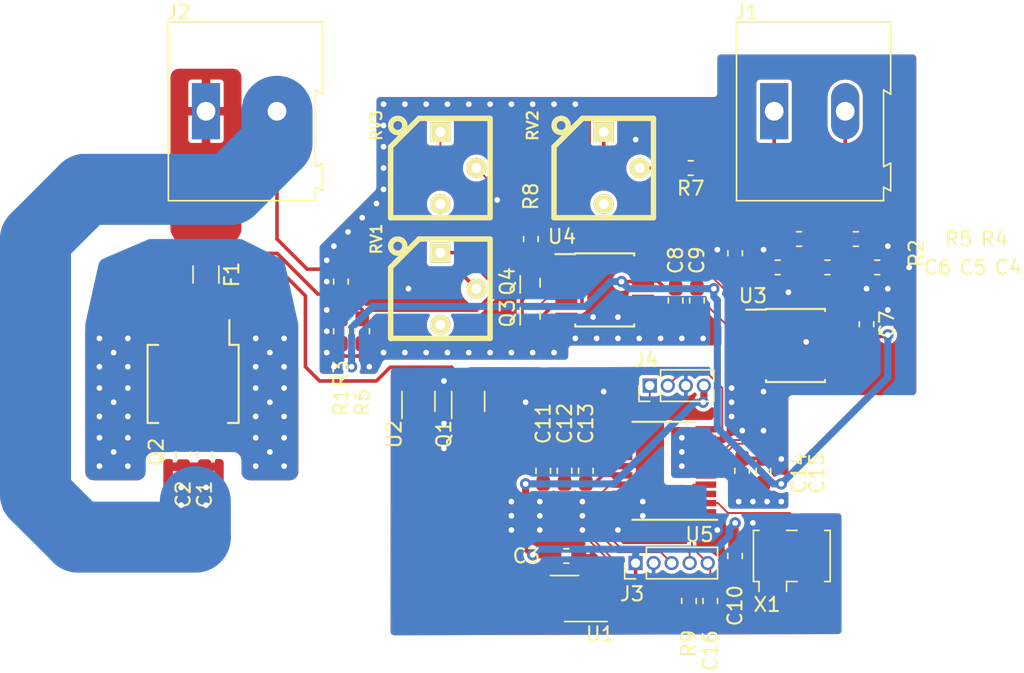
<source format=kicad_pcb>
(kicad_pcb (version 20171130) (host pcbnew 5.0.2)
  (layers (0 F.Cu signal) (31 B.Cu signal) (34 B.Paste user) (35 F.Paste user) (36 B.SilkS user) (37 F.SilkS user) (38 B.Mask user) (39 F.Mask user) (44 Edge.Cuts user))
  (net 0 "")
  (net 1 +24V)
  (net 2 "Net-(F1-Pad2)")
  (net 3 "Net-(Q1-Pad6)")
  (net 4 "Net-(R8-Pad1)")
  (net 5 "Net-(RV3-Pad3)")
  (net 6 "Net-(R8-Pad2)")
  (net 7 GNDPWR)
  (net 8 "Net-(RV1-Pad3)")
  (net 9 /IRON_PWR)
  (net 10 "Net-(C5-Pad2)")
  (net 11 "Net-(RV2-Pad3)")
  (net 12 "Net-(R7-Pad2)")
  (net 13 "Net-(J1-Pad2)")
  (net 14 "Net-(J1-Pad1)")
  (net 15 GNDA)
  (net 16 "Net-(C4-Pad2)")
  (net 17 +3.3VA)
  (net 18 /A_THERMO)
  (net 19 "Net-(Q1-Pad3)")
  (net 20 "Net-(Q3-Pad3)")
  (net 21 "Net-(Q4-Pad3)")
  (net 22 /EN_SEN)
  (net 23 GND)
  (net 24 "Net-(Q1-Pad2)")
  (net 25 VCC)
  (net 26 /EN_PWR)
  (net 27 +3V3)
  (net 28 +10V)
  (net 29 /I2C1_SDA)
  (net 30 /I2C1_SCL)
  (net 31 "Net-(U1-Pad3)")
  (net 32 "Net-(U5-Pad2)")
  (net 33 "Net-(U5-Pad3)")
  (net 34 /I_RESET)
  (net 35 /A_IRON)
  (net 36 /USART6_TX)
  (net 37 /USART6_RX)
  (net 38 "Net-(U5-Pad14)")
  (net 39 /I_SWDIO)
  (net 40 /I_SWCLK)
  (net 41 "Net-(U3-Pad1)")
  (net 42 "Net-(U3-Pad5)")
  (net 43 "Net-(U3-Pad8)")
  (net 44 "Net-(X1-Pad1)")
  (module Capacitor_SMD:C_0603_1608Metric_Pad1.05x0.95mm_HandSolder (layer F.Cu) (at 119.5 87 270)
    (fp_text reference C16 (at 3.5 0 270) (layer F.SilkS))
    (fp_text value .1u)
    (pad 1 smd roundrect (at -0.875 0 270) (size 1.05 0.95) (layers F.Cu F.Paste F.Mask) (net 34 /I_RESET))
    (pad 2 smd roundrect (at 0.875 0 270) (size 1.05 0.95) (layers F.Cu F.Paste F.Mask) (net 23 GND))
  )
  (module Resistor_SMD:R_0603_1608Metric_Pad1.05x0.95mm_HandSolder (layer F.Cu) (at 118 87 90)
    (fp_text reference R9 (at -3 0 90) (layer F.SilkS))
    (fp_text value 100k)
    (pad 1 smd roundrect (at -0.875 0 90) (size 1.05 0.95) (layers F.Cu F.Paste F.Mask) (net 27 +3V3))
    (pad 2 smd roundrect (at 0.875 0 90) (size 1.05 0.95) (layers F.Cu F.Paste F.Mask) (net 34 /I_RESET))
  )
  (module Capacitor_SMD:C_0603_1608Metric_Pad1.05x0.95mm_HandSolder (layer F.Cu) (at 83.896799 76.66796 270)
    (fp_text reference C1 (at 2.83204 0 270) (layer F.SilkS))
    (fp_text value 4.7u)
    (pad 2 smd roundrect (at 0.875 0 270) (size 1.05 0.95) (layers F.Cu F.Paste F.Mask) (net 7 GNDPWR))
    (pad 1 smd roundrect (at -0.875 0 270) (size 1.05 0.95) (layers F.Cu F.Paste F.Mask) (net 1 +24V))
  )
  (module Capacitor_SMD:C_0603_1608Metric_Pad1.05x0.95mm_HandSolder (layer F.Cu) (at 82.396799 76.66796 270)
    (fp_text reference C2 (at 2.83204 0 270) (layer F.SilkS))
    (fp_text value .1u)
    (pad 2 smd roundrect (at 0.875 0 270) (size 1.05 0.95) (layers F.Cu F.Paste F.Mask) (net 7 GNDPWR))
    (pad 1 smd roundrect (at -0.875 0 270) (size 1.05 0.95) (layers F.Cu F.Paste F.Mask) (net 1 +24V))
  )
  (module Capacitor_SMD:C_0603_1608Metric_Pad1.05x0.95mm_HandSolder (layer F.Cu) (at 109.365284 83.828966 180)
    (fp_text reference C3 (at 2.807963 0 180) (layer F.SilkS))
    (fp_text value 1u)
    (pad 2 smd roundrect (at 0.875 0 180) (size 1.05 0.95) (layers F.Cu F.Paste F.Mask) (net 27 +3V3))
    (pad 1 smd roundrect (at -0.875 0 180) (size 1.05 0.95) (layers F.Cu F.Paste F.Mask) (net 23 GND))
  )
  (module Capacitor_SMD:C_0603_1608Metric_Pad1.05x0.95mm_HandSolder (layer F.Cu) (at 131.25 63.5 180)
    (fp_text reference C4 (at -9.25 0 180) (layer F.SilkS))
    (fp_text value 1n)
    (pad 1 smd roundrect (at -0.875 0 180) (size 1.05 0.95) (layers F.Cu F.Paste F.Mask) (net 15 GNDA))
    (pad 2 smd roundrect (at 0.875 0 180) (size 1.05 0.95) (layers F.Cu F.Paste F.Mask) (net 16 "Net-(C4-Pad2)"))
  )
  (module Capacitor_SMD:C_0603_1608Metric_Pad1.05x0.95mm_HandSolder (layer F.Cu) (at 127.75 63.5 180)
    (fp_text reference C5 (at -10.25 0 180) (layer F.SilkS))
    (fp_text value 10n)
    (pad 1 smd roundrect (at -0.875 0 180) (size 1.05 0.95) (layers F.Cu F.Paste F.Mask) (net 16 "Net-(C4-Pad2)"))
    (pad 2 smd roundrect (at 0.875 0 180) (size 1.05 0.95) (layers F.Cu F.Paste F.Mask) (net 10 "Net-(C5-Pad2)"))
  )
  (module Capacitor_SMD:C_0603_1608Metric_Pad1.05x0.95mm_HandSolder (layer F.Cu) (at 124.25 63.5 180)
    (fp_text reference C6 (at -11.25 0 180) (layer F.SilkS))
    (fp_text value 1n)
    (pad 1 smd roundrect (at -0.875 0 180) (size 1.05 0.95) (layers F.Cu F.Paste F.Mask) (net 10 "Net-(C5-Pad2)"))
    (pad 2 smd roundrect (at 0.875 0 180) (size 1.05 0.95) (layers F.Cu F.Paste F.Mask) (net 15 GNDA))
  )
  (module Capacitor_SMD:C_0603_1608Metric_Pad1.05x0.95mm_HandSolder (layer F.Cu) (at 130.5 67.5 270)
    (fp_text reference C7 (at 0 -1.43 270) (layer F.SilkS))
    (fp_text value 10n)
    (pad 1 smd roundrect (at -0.875 0 270) (size 1.05 0.95) (layers F.Cu F.Paste F.Mask) (net 15 GNDA))
    (pad 2 smd roundrect (at 0.875 0 270) (size 1.05 0.95) (layers F.Cu F.Paste F.Mask) (net 17 +3.3VA))
  )
  (module Capacitor_SMD:C_0603_1608Metric_Pad1.05x0.95mm_HandSolder (layer F.Cu) (at 117.059556 65.828183 270)
    (fp_text reference C8 (at -2.828183 0 270) (layer F.SilkS))
    (fp_text value 10n)
    (pad 2 smd roundrect (at 0.875 0 270) (size 1.05 0.95) (layers F.Cu F.Paste F.Mask) (net 15 GNDA))
    (pad 1 smd roundrect (at -0.875 0 270) (size 1.05 0.95) (layers F.Cu F.Paste F.Mask) (net 17 +3.3VA))
  )
  (module Capacitor_SMD:C_0603_1608Metric_Pad1.05x0.95mm_HandSolder (layer F.Cu) (at 118.559556 65.828183 270)
    (fp_text reference C9 (at -2.828183 0 270) (layer F.SilkS))
    (fp_text value 1u)
    (pad 2 smd roundrect (at 0.875 0 270) (size 1.05 0.95) (layers F.Cu F.Paste F.Mask) (net 15 GNDA))
    (pad 1 smd roundrect (at -0.875 0 270) (size 1.05 0.95) (layers F.Cu F.Paste F.Mask) (net 17 +3.3VA))
  )
  (module Capacitor_SMD:C_0603_1608Metric_Pad1.05x0.95mm_HandSolder (layer F.Cu) (at 121.240284 83.828966 270)
    (fp_text reference C10 (at 3.5 0 270) (layer F.SilkS))
    (fp_text value 4.7u)
    (pad 2 smd roundrect (at 0.875 0 270) (size 1.05 0.95) (layers F.Cu F.Paste F.Mask) (net 23 GND))
    (pad 1 smd roundrect (at -0.875 0 270) (size 1.05 0.95) (layers F.Cu F.Paste F.Mask) (net 27 +3V3))
  )
  (module Capacitor_SMD:C_0603_1608Metric_Pad1.05x0.95mm_HandSolder (layer F.Cu) (at 107.740284 77.828966 90)
    (fp_text reference C11 (at 3.328966 0 90) (layer F.SilkS))
    (fp_text value 4.7u)
    (pad 2 smd roundrect (at 0.875 0 90) (size 1.05 0.95) (layers F.Cu F.Paste F.Mask) (net 23 GND))
    (pad 1 smd roundrect (at -0.875 0 90) (size 1.05 0.95) (layers F.Cu F.Paste F.Mask) (net 27 +3V3))
  )
  (module Capacitor_SMD:C_0603_1608Metric_Pad1.05x0.95mm_HandSolder (layer F.Cu) (at 109.240284 77.828966 90)
    (fp_text reference C12 (at 3.328966 0.009716 90) (layer F.SilkS))
    (fp_text value .1u)
    (pad 2 smd roundrect (at 0.875 0 90) (size 1.05 0.95) (layers F.Cu F.Paste F.Mask) (net 23 GND))
    (pad 1 smd roundrect (at -0.875 0 90) (size 1.05 0.95) (layers F.Cu F.Paste F.Mask) (net 27 +3V3))
  )
  (module Capacitor_SMD:C_0603_1608Metric_Pad1.05x0.95mm_HandSolder (layer F.Cu) (at 110.740284 77.828966 90)
    (fp_text reference C13 (at 3.328966 0 90) (layer F.SilkS))
    (fp_text value .1u)
    (pad 2 smd roundrect (at 0.875 0 90) (size 1.05 0.95) (layers F.Cu F.Paste F.Mask) (net 23 GND))
    (pad 1 smd roundrect (at -0.875 0 90) (size 1.05 0.95) (layers F.Cu F.Paste F.Mask) (net 27 +3V3))
  )
  (module Capacitor_SMD:C_0603_1608Metric_Pad1.05x0.95mm_HandSolder (layer F.Cu) (at 121.740284 77.828966 90)
    (fp_text reference C14 (at -0.171034 4.009716 90) (layer F.SilkS))
    (fp_text value 10n)
    (pad 2 smd roundrect (at 0.875 0 90) (size 1.05 0.95) (layers F.Cu F.Paste F.Mask) (net 15 GNDA))
    (pad 1 smd roundrect (at -0.875 0 90) (size 1.05 0.95) (layers F.Cu F.Paste F.Mask) (net 17 +3.3VA))
  )
  (module Capacitor_SMD:C_0603_1608Metric_Pad1.05x0.95mm_HandSolder (layer F.Cu) (at 123.240284 77.828966 90)
    (fp_text reference C15 (at -0.171034 3.759716 90) (layer F.SilkS))
    (fp_text value 1u)
    (pad 2 smd roundrect (at 0.875 0 90) (size 1.05 0.95) (layers F.Cu F.Paste F.Mask) (net 15 GNDA))
    (pad 1 smd roundrect (at -0.875 0 90) (size 1.05 0.95) (layers F.Cu F.Paste F.Mask) (net 17 +3.3VA))
  )
  (module Connector_PinHeader_1.27mm:PinHeader_1x04_P1.27mm_Vertical (layer F.Cu) (at 115.240284 71.828966 90)
    (fp_text reference J4 (at 1.828966 -0.240284 180) (layer F.SilkS))
    (fp_text value STM_UART)
    (pad 4 thru_hole oval (at 0 3.81 90) (size 1 1) (drill 0.65) (layers *.Cu *.Mask) (net 27 +3V3))
    (pad 3 thru_hole oval (at 0 2.54 90) (size 1 1) (drill 0.65) (layers *.Cu *.Mask) (net 23 GND))
    (pad 2 thru_hole oval (at 0 1.27 90) (size 1 1) (drill 0.65) (layers *.Cu *.Mask) (net 36 /USART6_TX))
    (pad 1 thru_hole rect (at 0 0 90) (size 1 1) (drill 0.65) (layers *.Cu *.Mask) (net 37 /USART6_RX))
  )
  (module Connector_PinHeader_1.27mm:PinHeader_1x05_P1.27mm_Vertical (layer F.Cu) (at 114.240284 84.328966 90)
    (fp_text reference J3 (at -2.171034 -0.240284 180) (layer F.SilkS))
    (fp_text value "SWD ISP")
    (pad 5 thru_hole oval (at 0 5.08 90) (size 1 1) (drill 0.65) (layers *.Cu *.Mask) (net 34 /I_RESET))
    (pad 4 thru_hole oval (at 0 3.81 90) (size 1 1) (drill 0.65) (layers *.Cu *.Mask) (net 40 /I_SWCLK))
    (pad 3 thru_hole oval (at 0 2.54 90) (size 1 1) (drill 0.65) (layers *.Cu *.Mask) (net 39 /I_SWDIO))
    (pad 2 thru_hole oval (at 0 1.27 90) (size 1 1) (drill 0.65) (layers *.Cu *.Mask) (net 23 GND))
    (pad 1 thru_hole rect (at 0 0 90) (size 1 1) (drill 0.65) (layers *.Cu *.Mask) (net 27 +3V3))
  )
  (module Fuse:Fuse_1206_3216Metric_Pad1.42x1.75mm_HandSolder (layer F.Cu) (at 84 64 270)
    (fp_text reference F1 (at 0 -1.82 270) (layer F.SilkS))
    (fp_text value 20A)
    (pad 2 smd roundrect (at 1.4875 0 270) (size 1.425 1.75) (layers F.Cu F.Paste F.Mask) (roundrect_rratio 0.175439) (net 2 "Net-(F1-Pad2)"))
    (pad 1 smd roundrect (at -1.4875 0 270) (size 1.425 1.75) (layers F.Cu F.Paste F.Mask) (roundrect_rratio 0.175439) (net 9 /IRON_PWR))
  )
  (module Oscillator:Oscillator_SMD_EuroQuartz_XO53-4Pin_5.0x3.2mm_HandSoldering (layer F.Cu) (at 125.240284 83.828966)
    (fp_text reference X1 (at -1.740284 3.421034) (layer F.SilkS))
    (fp_text value 20MHz)
    (pad 4 smd rect (at -1.34 -1.4) (size 1.54 1.8) (layers F.Cu F.Paste F.Mask) (net 27 +3V3))
    (pad 3 smd rect (at 1.34 -1.4) (size 1.54 1.8) (layers F.Cu F.Paste F.Mask) (net 32 "Net-(U5-Pad2)"))
    (pad 2 smd rect (at 1.34 1.4) (size 1.54 1.8) (layers F.Cu F.Paste F.Mask) (net 23 GND))
    (pad 1 smd rect (at -1.34 1.4) (size 1.54 1.8) (layers F.Cu F.Paste F.Mask) (net 44 "Net-(X1-Pad1)"))
  )
  (module Package_SO:SOIC-8_3.9x4.9mm_P1.27mm (layer F.Cu) (at 112.069621 65.087584)
    (fp_text reference U4 (at -3.010065 -3.759401 180) (layer F.SilkS))
    (fp_text value INA126)
    (pad 8 smd rect (at 2.7 -1.905) (size 1.55 0.6) (layers F.Cu F.Paste F.Mask) (net 6 "Net-(R8-Pad2)"))
    (pad 7 smd rect (at 2.7 -0.635) (size 1.55 0.6) (layers F.Cu F.Paste F.Mask) (net 17 +3.3VA))
    (pad 6 smd rect (at 2.7 0.635) (size 1.55 0.6) (layers F.Cu F.Paste F.Mask) (net 35 /A_IRON))
    (pad 5 smd rect (at 2.7 1.905) (size 1.55 0.6) (layers F.Cu F.Paste F.Mask) (net 15 GNDA))
    (pad 4 smd rect (at -2.7 1.905) (size 1.55 0.6) (layers F.Cu F.Paste F.Mask) (net 15 GNDA))
    (pad 3 smd rect (at -2.7 0.635) (size 1.55 0.6) (layers F.Cu F.Paste F.Mask) (net 20 "Net-(Q3-Pad3)"))
    (pad 2 smd rect (at -2.7 -0.635) (size 1.55 0.6) (layers F.Cu F.Paste F.Mask) (net 21 "Net-(Q4-Pad3)"))
    (pad 1 smd rect (at -2.7 -1.905) (size 1.55 0.6) (layers F.Cu F.Paste F.Mask) (net 4 "Net-(R8-Pad1)"))
  )
  (module Package_SO:SOIC-8_3.9x4.9mm_P1.27mm (layer F.Cu) (at 125.5 69)
    (fp_text reference U3 (at -3 -3.5) (layer F.SilkS))
    (fp_text value OPA333xxD)
    (pad 1 smd rect (at -2.7 -1.905) (size 1.55 0.6) (layers F.Cu F.Paste F.Mask) (net 41 "Net-(U3-Pad1)"))
    (pad 2 smd rect (at -2.7 -0.635) (size 1.55 0.6) (layers F.Cu F.Paste F.Mask) (net 10 "Net-(C5-Pad2)"))
    (pad 3 smd rect (at -2.7 0.635) (size 1.55 0.6) (layers F.Cu F.Paste F.Mask) (net 16 "Net-(C4-Pad2)"))
    (pad 4 smd rect (at -2.7 1.905) (size 1.55 0.6) (layers F.Cu F.Paste F.Mask) (net 15 GNDA))
    (pad 5 smd rect (at 2.7 1.905) (size 1.55 0.6) (layers F.Cu F.Paste F.Mask) (net 42 "Net-(U3-Pad5)"))
    (pad 6 smd rect (at 2.7 0.635) (size 1.55 0.6) (layers F.Cu F.Paste F.Mask) (net 18 /A_THERMO))
    (pad 7 smd rect (at 2.7 -0.635) (size 1.55 0.6) (layers F.Cu F.Paste F.Mask) (net 17 +3.3VA))
    (pad 8 smd rect (at 2.7 -1.905) (size 1.55 0.6) (layers F.Cu F.Paste F.Mask) (net 43 "Net-(U3-Pad8)"))
  )
  (module Package_SO:TSSOP-20_4.4x6.5mm_P0.65mm (layer F.Cu) (at 116.240284 77.828966 180)
    (fp_text reference U5 (at -2.5 -4.5 180) (layer F.SilkS))
    (fp_text value STM32F030F4Px hide)
    (pad 20 smd rect (at 2.95 -2.925 180) (size 1.45 0.45) (layers F.Cu F.Paste F.Mask) (net 40 /I_SWCLK))
    (pad 19 smd rect (at 2.95 -2.275 180) (size 1.45 0.45) (layers F.Cu F.Paste F.Mask) (net 39 /I_SWDIO))
    (pad 18 smd rect (at 2.95 -1.625 180) (size 1.45 0.45) (layers F.Cu F.Paste F.Mask) (net 29 /I2C1_SDA))
    (pad 17 smd rect (at 2.95 -0.975 180) (size 1.45 0.45) (layers F.Cu F.Paste F.Mask) (net 30 /I2C1_SCL))
    (pad 16 smd rect (at 2.95 -0.325 180) (size 1.45 0.45) (layers F.Cu F.Paste F.Mask) (net 27 +3V3))
    (pad 15 smd rect (at 2.95 0.325 180) (size 1.45 0.45) (layers F.Cu F.Paste F.Mask) (net 23 GND))
    (pad 14 smd rect (at 2.95 0.975 180) (size 1.45 0.45) (layers F.Cu F.Paste F.Mask) (net 38 "Net-(U5-Pad14)"))
    (pad 13 smd rect (at 2.95 1.625 180) (size 1.45 0.45) (layers F.Cu F.Paste F.Mask) (net 26 /EN_PWR))
    (pad 12 smd rect (at 2.95 2.275 180) (size 1.45 0.45) (layers F.Cu F.Paste F.Mask) (net 22 /EN_SEN))
    (pad 11 smd rect (at 2.95 2.925 180) (size 1.45 0.45) (layers F.Cu F.Paste F.Mask) (net 37 /USART6_RX))
    (pad 10 smd rect (at -2.95 2.925 180) (size 1.45 0.45) (layers F.Cu F.Paste F.Mask) (net 36 /USART6_TX))
    (pad 9 smd rect (at -2.95 2.275 180) (size 1.45 0.45) (layers F.Cu F.Paste F.Mask) (net 15 GNDA))
    (pad 8 smd rect (at -2.95 1.625 180) (size 1.45 0.45) (layers F.Cu F.Paste F.Mask) (net 35 /A_IRON))
    (pad 7 smd rect (at -2.95 0.975 180) (size 1.45 0.45) (layers F.Cu F.Paste F.Mask) (net 18 /A_THERMO))
    (pad 6 smd rect (at -2.95 0.325 180) (size 1.45 0.45) (layers F.Cu F.Paste F.Mask) (net 15 GNDA))
    (pad 5 smd rect (at -2.95 -0.325 180) (size 1.45 0.45) (layers F.Cu F.Paste F.Mask) (net 17 +3.3VA))
    (pad 4 smd rect (at -2.95 -0.975 180) (size 1.45 0.45) (layers F.Cu F.Paste F.Mask) (net 34 /I_RESET))
    (pad 3 smd rect (at -2.95 -1.625 180) (size 1.45 0.45) (layers F.Cu F.Paste F.Mask) (net 33 "Net-(U5-Pad3)"))
    (pad 2 smd rect (at -2.95 -2.275 180) (size 1.45 0.45) (layers F.Cu F.Paste F.Mask) (net 32 "Net-(U5-Pad2)"))
    (pad 1 smd rect (at -2.95 -2.925 180) (size 1.45 0.45) (layers F.Cu F.Paste F.Mask) (net 23 GND))
  )
  (module Package_SO:VSSOP-8_3.0x3.0mm_P0.65mm (layer F.Cu) (at 109.240284 86.828966 180)
    (fp_text reference U1 (at -2.5 -2.5 180) (layer F.SilkS))
    (fp_text value LM75B)
    (pad 8 smd rect (at 2.2 -0.975 90) (size 0.45 1.45) (layers F.Cu F.Paste F.Mask) (net 27 +3V3))
    (pad 7 smd rect (at 2.2 -0.325 90) (size 0.45 1.45) (layers F.Cu F.Paste F.Mask) (net 23 GND))
    (pad 6 smd rect (at 2.2 0.325 90) (size 0.45 1.45) (layers F.Cu F.Paste F.Mask) (net 23 GND))
    (pad 5 smd rect (at 2.2 0.975 90) (size 0.45 1.45) (layers F.Cu F.Paste F.Mask) (net 23 GND))
    (pad 4 smd rect (at -2.2 0.975 90) (size 0.45 1.45) (layers F.Cu F.Paste F.Mask) (net 23 GND))
    (pad 3 smd rect (at -2.2 0.325 90) (size 0.45 1.45) (layers F.Cu F.Paste F.Mask) (net 31 "Net-(U1-Pad3)"))
    (pad 2 smd rect (at -2.2 -0.325 90) (size 0.45 1.45) (layers F.Cu F.Paste F.Mask) (net 30 /I2C1_SCL))
    (pad 1 smd rect (at -2.2 -0.975 90) (size 0.45 1.45) (layers F.Cu F.Paste F.Mask) (net 29 /I2C1_SDA))
  )
  (module Package_TO_SOT_SMD:SOT-363_SC-70-6_Handsoldering (layer F.Cu) (at 102.458326 72.937566 90)
    (fp_text reference Q1 (at -2.312434 -1.708326 90) (layer F.SilkS))
    (fp_text value BC856BDW1)
    (pad 6 smd rect (at 1.33 -0.65 90) (size 1.5 0.4) (layers F.Cu F.Paste F.Mask) (net 3 "Net-(Q1-Pad6)"))
    (pad 5 smd rect (at 1.33 0 90) (size 1.5 0.4) (layers F.Cu F.Paste F.Mask) (net 22 /EN_SEN))
    (pad 4 smd rect (at 1.33 0.65 90) (size 1.5 0.4) (layers F.Cu F.Paste F.Mask) (net 27 +3V3))
    (pad 3 smd rect (at -1.33 0.65 90) (size 1.5 0.4) (layers F.Cu F.Paste F.Mask) (net 19 "Net-(Q1-Pad3)"))
    (pad 2 smd rect (at -1.33 0 90) (size 1.5 0.4) (layers F.Cu F.Paste F.Mask) (net 24 "Net-(Q1-Pad2)"))
    (pad 1 smd rect (at -1.33 -0.65 90) (size 1.5 0.4) (layers F.Cu F.Paste F.Mask) (net 28 +10V))
  )
  (module Package_TO_SOT_SMD:SOT-363_SC-70-6_Handsoldering (layer F.Cu) (at 98.958326 72.937566 90)
    (fp_text reference U2 (at -2.312434 -1.708326 90) (layer F.SilkS))
    (fp_text value 74LVC1G58)
    (pad 6 smd rect (at 1.33 -0.65 90) (size 1.5 0.4) (layers F.Cu F.Paste F.Mask) (net 26 /EN_PWR))
    (pad 5 smd rect (at 1.33 0 90) (size 1.5 0.4) (layers F.Cu F.Paste F.Mask) (net 25 VCC))
    (pad 4 smd rect (at 1.33 0.65 90) (size 1.5 0.4) (layers F.Cu F.Paste F.Mask) (net 24 "Net-(Q1-Pad2)"))
    (pad 3 smd rect (at -1.33 0.65 90) (size 1.5 0.4) (layers F.Cu F.Paste F.Mask) (net 23 GND))
    (pad 2 smd rect (at -1.33 0 90) (size 1.5 0.4) (layers F.Cu F.Paste F.Mask) (net 23 GND))
    (pad 1 smd rect (at -1.33 -0.65 90) (size 1.5 0.4) (layers F.Cu F.Paste F.Mask) (net 22 /EN_SEN))
  )
  (module Package_TO_SOT_SMD:SOT-723 (layer F.Cu) (at 106.819621 64.587584 90)
    (fp_text reference Q4 (at 0.1 -1.6 90) (layer F.SilkS))
    (fp_text value L2N7002M3T5G hide)
    (pad 3 smd rect (at 0.575 0 90) (size 0.45 0.5) (layers F.Cu F.Paste F.Mask) (net 21 "Net-(Q4-Pad3)"))
    (pad 2 smd rect (at -0.575 0.4 90) (size 0.45 0.4) (layers F.Cu F.Paste F.Mask) (net 19 "Net-(Q1-Pad3)"))
    (pad 1 smd rect (at -0.575 -0.4 90) (size 0.45 0.4) (layers F.Cu F.Paste F.Mask) (net 9 /IRON_PWR))
  )
  (module Package_TO_SOT_SMD:SOT-723 (layer F.Cu) (at 106.819621 66.837584 90)
    (fp_text reference Q3 (at 0.1 -1.6 90) (layer F.SilkS))
    (fp_text value L2N7002M3T5G hide)
    (pad 3 smd rect (at 0.575 0 90) (size 0.45 0.5) (layers F.Cu F.Paste F.Mask) (net 20 "Net-(Q3-Pad3)"))
    (pad 2 smd rect (at -0.575 0.4 90) (size 0.45 0.4) (layers F.Cu F.Paste F.Mask) (net 19 "Net-(Q1-Pad3)"))
    (pad 1 smd rect (at -0.575 -0.4 90) (size 0.45 0.4) (layers F.Cu F.Paste F.Mask) (net 9 /IRON_PWR))
  )
  (module Resistor_SMD:R_0603_1608Metric_Pad1.05x0.95mm_HandSolder (layer F.Cu) (at 93.5 68 90)
    (fp_text reference R1 (at -5 0 90) (layer F.SilkS))
    (fp_text value "2k 0.1%")
    (pad 2 smd roundrect (at 0.875 0 90) (size 1.05 0.95) (layers F.Cu F.Paste F.Mask) (net 9 /IRON_PWR))
    (pad 1 smd roundrect (at -0.875 0 90) (size 1.05 0.95) (layers F.Cu F.Paste F.Mask) (net 17 +3.3VA))
  )
  (module Resistor_SMD:R_0603_1608Metric_Pad1.05x0.95mm_HandSolder (layer F.Cu) (at 106.869824 61.5 90)
    (fp_text reference R8 (at 3 0 90) (layer F.SilkS))
    (fp_text value DNP)
    (pad 2 smd roundrect (at 0.875 0 90) (size 1.05 0.95) (layers F.Cu F.Paste F.Mask) (net 6 "Net-(R8-Pad2)"))
    (pad 1 smd roundrect (at -0.875 0 90) (size 1.05 0.95) (layers F.Cu F.Paste F.Mask) (net 4 "Net-(R8-Pad1)"))
  )
  (module Resistor_SMD:R_0603_1608Metric_Pad1.05x0.95mm_HandSolder (layer F.Cu) (at 118.125 56.5 180)
    (fp_text reference R7 (at 0 -1.43 180) (layer F.SilkS))
    (fp_text value 1M)
    (pad 2 smd roundrect (at 0.875 0 180) (size 1.05 0.95) (layers F.Cu F.Paste F.Mask) (net 12 "Net-(R7-Pad2)"))
    (pad 1 smd roundrect (at -0.875 0 180) (size 1.05 0.95) (layers F.Cu F.Paste F.Mask) (net 18 /A_THERMO))
  )
  (module Resistor_SMD:R_0603_1608Metric_Pad1.05x0.95mm_HandSolder (layer F.Cu) (at 95 68 90)
    (fp_text reference R6 (at -5 0 90) (layer F.SilkS))
    (fp_text value "2k 0.1%")
    (pad 2 smd roundrect (at 0.875 0 90) (size 1.05 0.95) (layers F.Cu F.Paste F.Mask) (net 9 /IRON_PWR))
    (pad 1 smd roundrect (at -0.875 0 90) (size 1.05 0.95) (layers F.Cu F.Paste F.Mask) (net 17 +3.3VA))
  )
  (module Resistor_SMD:R_0603_1608Metric_Pad1.05x0.95mm_HandSolder (layer F.Cu) (at 125.75 61.5)
    (fp_text reference R5 (at 11.25 0) (layer F.SilkS))
    (fp_text value 10k)
    (pad 1 smd roundrect (at -0.875 0) (size 1.05 0.95) (layers F.Cu F.Paste F.Mask) (net 14 "Net-(J1-Pad1)"))
    (pad 2 smd roundrect (at 0.875 0) (size 1.05 0.95) (layers F.Cu F.Paste F.Mask) (net 10 "Net-(C5-Pad2)"))
  )
  (module Resistor_SMD:R_0603_1608Metric_Pad1.05x0.95mm_HandSolder (layer F.Cu) (at 129.75 61.5)
    (fp_text reference R4 (at 9.75 0) (layer F.SilkS))
    (fp_text value 10k)
    (pad 1 smd roundrect (at -0.875 0) (size 1.05 0.95) (layers F.Cu F.Paste F.Mask) (net 16 "Net-(C4-Pad2)"))
    (pad 2 smd roundrect (at 0.875 0) (size 1.05 0.95) (layers F.Cu F.Paste F.Mask) (net 13 "Net-(J1-Pad2)"))
  )
  (module Resistor_SMD:R_0603_1608Metric_Pad1.05x0.95mm_HandSolder (layer F.Cu) (at 121.25 62.5 270)
    (fp_text reference R2 (at 0 -12.75 270) (layer F.SilkS))
    (fp_text value 1M)
    (pad 1 smd roundrect (at -0.875 0 270) (size 1.05 0.95) (layers F.Cu F.Paste F.Mask) (net 14 "Net-(J1-Pad1)"))
    (pad 2 smd roundrect (at 0.875 0 270) (size 1.05 0.95) (layers F.Cu F.Paste F.Mask) (net 15 GNDA))
  )
  (module Resistor_SMD:R_0603_1608Metric_Pad1.05x0.95mm_HandSolder (layer F.Cu) (at 93.5 64.5 90)
    (fp_text reference R3 (at -6.5 0 90) (layer F.SilkS))
    (fp_text value DNP)
    (pad 2 smd roundrect (at 0.875 0 90) (size 1.05 0.95) (layers F.Cu F.Paste F.Mask) (net 7 GNDPWR))
    (pad 1 smd roundrect (at -0.875 0 90) (size 1.05 0.95) (layers F.Cu F.Paste F.Mask) (net 9 /IRON_PWR))
  )
  (module TerminalBlock:TerminalBlock_Altech_AK300-2_P5.00mm (layer F.Cu) (at 124 52.5)
    (fp_text reference J1 (at -1.92 -6.99) (layer F.SilkS))
    (fp_text value "Temp Sensor")
    (pad 1 thru_hole rect (at 0 0) (size 1.98 3.96) (drill 1.32) (layers *.Cu *.Mask) (net 14 "Net-(J1-Pad1)"))
    (pad 2 thru_hole oval (at 5 0) (size 1.98 3.96) (drill 1.32) (layers *.Cu *.Mask) (net 13 "Net-(J1-Pad2)"))
  )
  (module TerminalBlock:TerminalBlock_Altech_AK300-2_P5.00mm (layer F.Cu) (at 84 52.5)
    (fp_text reference J2 (at -1.92 -6.99) (layer F.SilkS))
    (fp_text value "Heating Element")
    (pad 2 thru_hole oval (at 5 0) (size 1.98 3.96) (drill 1.32) (layers *.Cu *.Mask) (net 7 GNDPWR))
    (pad 1 thru_hole rect (at 0 0) (size 1.98 3.96) (drill 1.32) (layers *.Cu *.Mask) (net 9 /IRON_PWR))
  )
  (module solder-station:BOURNS-3362P_pot (layer F.Cu) (at 112 56.5 270)
    (fp_text reference RV2 (at -3 5 270) (layer F.SilkS) (effects (font (size 0.762 0.762) (thickness 0.1524))))
    (fp_text value 3362P-1-105 hide)
    (pad 2 thru_hole circle (at 0 -2.54 270) (size 1.4 1.4) (drill 0.7) (layers *.Cu *.Mask F.SilkS) (net 12 "Net-(R7-Pad2)"))
    (pad 3 thru_hole circle (at 2.54 0 270) (size 1.4 1.4) (drill 0.7) (layers *.Cu *.Mask F.SilkS) (net 11 "Net-(RV2-Pad3)"))
    (pad 1 thru_hole rect (at -2.54 0 270) (size 1.4 1.4) (drill 0.7) (layers *.Cu *.Mask F.SilkS) (net 10 "Net-(C5-Pad2)"))
  )
  (module solder-station:BOURNS-3362P_pot (layer F.Cu) (at 100.5 65 270)
    (fp_text reference RV1 (at -3.5 4.5 270) (layer F.SilkS) (effects (font (size 0.762 0.762) (thickness 0.1524))))
    (fp_text value 3362P-1-100 hide)
    (pad 2 thru_hole circle (at 0 -2.54 270) (size 1.4 1.4) (drill 0.7) (layers *.Cu *.Mask F.SilkS) (net 7 GNDPWR))
    (pad 3 thru_hole circle (at 2.54 0 270) (size 1.4 1.4) (drill 0.7) (layers *.Cu *.Mask F.SilkS) (net 8 "Net-(RV1-Pad3)"))
    (pad 1 thru_hole rect (at -2.54 0 270) (size 1.4 1.4) (drill 0.7) (layers *.Cu *.Mask F.SilkS) (net 9 /IRON_PWR))
  )
  (module solder-station:BOURNS-3362P_pot (layer F.Cu) (at 100.5 56.5 270)
    (fp_text reference RV3 (at -3 4.5 270) (layer F.SilkS) (effects (font (size 0.762 0.762) (thickness 0.1524))))
    (fp_text value 3362P-1-502 hide)
    (pad 2 thru_hole circle (at 0 -2.54 270) (size 1.4 1.4) (drill 0.7) (layers *.Cu *.Mask F.SilkS) (net 6 "Net-(R8-Pad2)"))
    (pad 3 thru_hole circle (at 2.54 0 270) (size 1.4 1.4) (drill 0.7) (layers *.Cu *.Mask F.SilkS) (net 5 "Net-(RV3-Pad3)"))
    (pad 1 thru_hole rect (at -2.54 0 270) (size 1.4 1.4) (drill 0.7) (layers *.Cu *.Mask F.SilkS) (net 4 "Net-(R8-Pad1)"))
  )
  (module solder-station:ON_S-SO-8_5.3x6.2mm_P1.27mm_TAB488AA (layer F.Cu) (at 83.0813 72.2159 270)
    (fp_text reference Q2 (at 4.2841 2.5813 270) (layer F.SilkS))
    (fp_text value NTMFS4937N)
    (pad 5 smd rect (at -1.8659 -2.5462 270) (size 0.905 0.495) (layers F.Cu F.Paste F.Mask) (net 1 +24V))
    (pad 5 smd rect (at -1.8659 2.5088 270) (size 0.905 0.495) (layers F.Cu F.Paste F.Mask) (net 1 +24V))
    (pad 5 smd rect (at 1.5491 -1.9237 270) (size 0.475 0.75) (layers F.Cu F.Paste F.Mask) (net 1 +24V))
    (pad 5 smd rect (at 1.5491 1.8863 270) (size 0.475 0.75) (layers F.Cu F.Paste F.Mask) (net 1 +24V))
    (pad 4 smd rect (at -4.208 1.8863 270) (size 1 0.75) (layers F.Cu F.Paste F.Mask) (net 3 "Net-(Q1-Pad6)"))
    (pad 3 smd rect (at -4.2084 0.6163 270) (size 1 0.75) (layers F.Cu F.Paste F.Mask) (net 2 "Net-(F1-Pad2)"))
    (pad 2 smd rect (at -4.2084 -0.6537 270) (size 1 0.75) (layers F.Cu F.Paste F.Mask) (net 2 "Net-(F1-Pad2)"))
    (pad 1 smd rect (at -4.2084 -1.9237 270) (size 1 0.75) (layers F.Cu F.Paste F.Mask) (net 2 "Net-(F1-Pad2)"))
    (pad 5 smd rect (at -0.7159 -0.0187 270) (size 4.055 4.56) (layers F.Cu F.Paste F.Mask) (net 1 +24V) (clearance 0.001))
  )
  (via (at 122.5 81.5) (size 0.8) (drill 0.4) (layers F.Cu B.Cu) (net 23))
  (via (at 126.25 68.75) (size 0.8) (drill 0.4) (layers F.Cu B.Cu) (net 15))
  (via (at 112 72.25) (size 0.8) (drill 0.4) (layers F.Cu B.Cu) (net 23))
  (via (at 100.75 71.5) (size 0.8) (drill 0.4) (layers F.Cu B.Cu) (net 23))
  (via (at 114.25 54.5) (size 0.8) (drill 0.4) (layers F.Cu B.Cu) (net 15))
  (via (at 125 65.25) (size 0.8) (drill 0.4) (layers F.Cu B.Cu) (net 15))
  (segment (start 78.5 71.5) (end 78.5 71.5) (width 2) (layer F.Cu) (net 1))
  (segment (start 83.1 71.5) (end 78.5 71.5) (width 2) (layer F.Cu) (net 1))
  (segment (start 87.5 71.5) (end 87.5 71.5) (width 2) (layer F.Cu) (net 1))
  (segment (start 83.1 71.5) (end 87.5 71.5) (width 2) (layer F.Cu) (net 1))
  (segment (start 81.1 73.5) (end 83.1 71.5) (width 2) (layer F.Cu) (net 1))
  (segment (start 77.5 73.5) (end 77.5 73.5) (width 2) (layer F.Cu) (net 1))
  (segment (start 85.1 73.5) (end 83.1 71.5) (width 2) (layer F.Cu) (net 1))
  (segment (start 88.5 73.5) (end 85.1 73.5) (width 2) (layer F.Cu) (net 1))
  (segment (start 87.5 71.5) (end 88.5 70.5) (width 2) (layer F.Cu) (net 1))
  (segment (start 78.5 71.5) (end 77.5 70.5) (width 2) (layer F.Cu) (net 1))
  (via (at 78.5 68.5) (size 0.8) (drill 0.4) (layers F.Cu B.Cu) (net 1))
  (via (at 76.5 68.5) (size 0.8) (drill 0.4) (layers F.Cu B.Cu) (net 1))
  (via (at 77.5 69.5) (size 0.8) (drill 0.4) (layers F.Cu B.Cu) (net 1))
  (via (at 78.5 70.5) (size 0.8) (drill 0.4) (layers F.Cu B.Cu) (net 1))
  (via (at 76.5 70.5) (size 0.8) (drill 0.4) (layers F.Cu B.Cu) (net 1))
  (segment (start 78.5 71.5) (end 78.5 71.5) (width 2) (layer F.Cu) (net 1))
  (segment (start 77.5 73.5) (end 81.1 73.5) (width 2) (layer F.Cu) (net 1))
  (via (at 78.5 72) (size 0.8) (drill 0.4) (layers F.Cu B.Cu) (net 1))
  (via (at 76.5 74) (size 0.8) (drill 0.4) (layers F.Cu B.Cu) (net 1))
  (via (at 78.5 74) (size 0.8) (drill 0.4) (layers F.Cu B.Cu) (net 1))
  (via (at 76.5 72) (size 0.8) (drill 0.4) (layers F.Cu B.Cu) (net 1))
  (via (at 77.5 73) (size 0.8) (drill 0.4) (layers F.Cu B.Cu) (net 1))
  (via (at 77.5 76.5) (size 0.8) (drill 0.4) (layers F.Cu B.Cu) (net 1))
  (via (at 76.5 75.5) (size 0.8) (drill 0.4) (layers F.Cu B.Cu) (net 1))
  (via (at 78.5 77.5) (size 0.8) (drill 0.4) (layers F.Cu B.Cu) (net 1))
  (via (at 76.5 77.5) (size 0.8) (drill 0.4) (layers F.Cu B.Cu) (net 1))
  (via (at 78.5 75.5) (size 0.8) (drill 0.4) (layers F.Cu B.Cu) (net 1))
  (via (at 87.5 77.5) (size 0.8) (drill 0.4) (layers F.Cu B.Cu) (net 1))
  (via (at 89.5 68.5) (size 0.8) (drill 0.4) (layers F.Cu B.Cu) (net 1))
  (via (at 88.5 73) (size 0.8) (drill 0.4) (layers F.Cu B.Cu) (net 1))
  (via (at 89.5 77.5) (size 0.8) (drill 0.4) (layers F.Cu B.Cu) (net 1))
  (via (at 89.5 75.5) (size 0.8) (drill 0.4) (layers F.Cu B.Cu) (net 1))
  (via (at 87.5 70.5) (size 0.8) (drill 0.4) (layers F.Cu B.Cu) (net 1))
  (via (at 89.5 70.5) (size 0.8) (drill 0.4) (layers F.Cu B.Cu) (net 1))
  (via (at 88.5 76.5) (size 0.8) (drill 0.4) (layers F.Cu B.Cu) (net 1))
  (via (at 87.5 68.5) (size 0.8) (drill 0.4) (layers F.Cu B.Cu) (net 1))
  (via (at 87.5 72) (size 0.8) (drill 0.4) (layers F.Cu B.Cu) (net 1))
  (via (at 89.5 74) (size 0.8) (drill 0.4) (layers F.Cu B.Cu) (net 1))
  (via (at 88.5 69.5) (size 0.8) (drill 0.4) (layers F.Cu B.Cu) (net 1))
  (via (at 87.5 74) (size 0.8) (drill 0.4) (layers F.Cu B.Cu) (net 1))
  (via (at 89.5 72) (size 0.8) (drill 0.4) (layers F.Cu B.Cu) (net 1))
  (via (at 87.5 75.5) (size 0.8) (drill 0.4) (layers F.Cu B.Cu) (net 1))
  (segment (start 81.195 64.805) (end 81.195 68.0079) (width 0.25) (layer F.Cu) (net 3))
  (segment (start 82 64) (end 81.195 64.805) (width 0.25) (layer F.Cu) (net 3))
  (segment (start 89.5 64) (end 82 64) (width 0.25) (layer F.Cu) (net 3))
  (segment (start 91 65.5) (end 89.5 64) (width 0.25) (layer F.Cu) (net 3))
  (segment (start 91 70.5) (end 91 65.5) (width 0.25) (layer F.Cu) (net 3))
  (segment (start 101.808326 71.057566) (end 101.283325 70.532565) (width 0.25) (layer F.Cu) (net 3))
  (segment (start 101.808326 71.607566) (end 101.808326 71.057566) (width 0.25) (layer F.Cu) (net 3))
  (segment (start 101.283325 70.532565) (end 96.967435 70.532565) (width 0.25) (layer F.Cu) (net 3))
  (segment (start 96.967435 70.532565) (end 96 71.5) (width 0.25) (layer F.Cu) (net 3))
  (segment (start 96 71.5) (end 92 71.5) (width 0.25) (layer F.Cu) (net 3))
  (segment (start 92 71.5) (end 91 70.5) (width 0.25) (layer F.Cu) (net 3))
  (segment (start 106.869824 62.375) (end 106.869824 63) (width 0.127) (layer F.Cu) (net 4))
  (segment (start 107.052408 63.182584) (end 109.369621 63.182584) (width 0.127) (layer F.Cu) (net 4))
  (segment (start 106.869824 63) (end 107.052408 63.182584) (width 0.127) (layer F.Cu) (net 4))
  (segment (start 106.869824 61.75) (end 106.869824 62.375) (width 0.127) (layer F.Cu) (net 4))
  (segment (start 106.619824 61.5) (end 106.869824 61.75) (width 0.127) (layer F.Cu) (net 4))
  (segment (start 106.25 61.5) (end 106.619824 61.5) (width 0.127) (layer F.Cu) (net 4))
  (segment (start 100.5 53.96) (end 100.5 55.75) (width 0.127) (layer F.Cu) (net 4))
  (segment (start 100.5 55.75) (end 106.25 61.5) (width 0.127) (layer F.Cu) (net 4))
  (segment (start 106.869824 61.390776) (end 106.979048 61.5) (width 0.127) (layer F.Cu) (net 6))
  (segment (start 106.869824 60.625) (end 106.869824 61.390776) (width 0.127) (layer F.Cu) (net 6))
  (segment (start 107.125124 61.5) (end 108.125124 62.5) (width 0.127) (layer F.Cu) (net 6))
  (segment (start 106.979048 61.5) (end 107.125124 61.5) (width 0.127) (layer F.Cu) (net 6))
  (segment (start 113.867621 63.182584) (end 114.769621 63.182584) (width 0.127) (layer F.Cu) (net 6))
  (segment (start 113.185037 62.5) (end 113.867621 63.182584) (width 0.127) (layer F.Cu) (net 6))
  (segment (start 108.125124 62.5) (end 113.185037 62.5) (width 0.127) (layer F.Cu) (net 6))
  (segment (start 106.869824 60.625) (end 106.869824 59.869824) (width 0.127) (layer F.Cu) (net 6))
  (segment (start 104.199999 57.199999) (end 106.869824 59.869824) (width 0.127) (layer F.Cu) (net 6))
  (segment (start 103.739999 57.199999) (end 104.199999 57.199999) (width 0.127) (layer F.Cu) (net 6))
  (segment (start 103.04 56.5) (end 103.739999 57.199999) (width 0.127) (layer F.Cu) (net 6))
  (segment (start 89 53.125) (end 89 52.9) (width 0.25) (layer F.Cu) (net 7))
  (segment (start 101.665 63.625) (end 103.04 65) (width 0.25) (layer F.Cu) (net 7))
  (segment (start 93.5 63.625) (end 101.665 63.625) (width 0.25) (layer F.Cu) (net 7))
  (segment (start 93.5 63.625) (end 91.125 63.625) (width 0.25) (layer F.Cu) (net 7))
  (segment (start 89 61.5) (end 89 52.5) (width 0.25) (layer F.Cu) (net 7))
  (segment (start 91.125 63.625) (end 89 61.5) (width 0.25) (layer F.Cu) (net 7))
  (segment (start 72 61.5) (end 72 79.5) (width 5) (layer B.Cu) (net 7))
  (segment (start 75.5 58) (end 72 61.5) (width 5) (layer B.Cu) (net 7))
  (segment (start 85.73 58) (end 75.5 58) (width 5) (layer B.Cu) (net 7))
  (segment (start 72 79.5) (end 75 82.5) (width 5) (layer B.Cu) (net 7))
  (segment (start 89 52.5) (end 89 54.73) (width 5) (layer B.Cu) (net 7))
  (segment (start 89 54.73) (end 85.73 58) (width 5) (layer B.Cu) (net 7))
  (via (at 82.25 79) (size 0.8) (drill 0.4) (layers F.Cu B.Cu) (net 7))
  (via (at 84 79) (size 0.8) (drill 0.4) (layers F.Cu B.Cu) (net 7))
  (via (at 82.25 80.25) (size 0.8) (drill 0.4) (layers F.Cu B.Cu) (net 7))
  (via (at 84 80.25) (size 0.8) (drill 0.4) (layers F.Cu B.Cu) (net 7))
  (segment (start 75 82.5) (end 83.25 82.5) (width 5) (layer B.Cu) (net 7))
  (segment (start 83.25 82.5) (end 83.25 80) (width 5) (layer B.Cu) (net 7))
  (segment (start 95 67.125) (end 95 66.5) (width 0.25) (layer F.Cu) (net 9))
  (segment (start 93.5 67.125) (end 93.5 66.5) (width 0.25) (layer F.Cu) (net 9))
  (segment (start 94.75 66.25) (end 95 66.5) (width 0.25) (layer F.Cu) (net 9))
  (segment (start 93.5 66.25) (end 94.75 66.25) (width 0.25) (layer F.Cu) (net 9))
  (segment (start 93.5 66.25) (end 93.5 66.5) (width 0.25) (layer F.Cu) (net 9))
  (segment (start 93.5 65.375) (end 93.5 66.25) (width 0.25) (layer F.Cu) (net 9))
  (segment (start 106.419621 66.937584) (end 106.419621 67.412584) (width 0.25) (layer F.Cu) (net 9))
  (segment (start 106.419621 65.637584) (end 106.24462 65.812585) (width 0.25) (layer F.Cu) (net 9))
  (segment (start 106.24462 66.762583) (end 106.419621 66.937584) (width 0.25) (layer F.Cu) (net 9))
  (segment (start 106.419621 65.162584) (end 106.419621 65.637584) (width 0.25) (layer F.Cu) (net 9))
  (segment (start 106.24462 65.812585) (end 106.24462 66) (width 0.25) (layer F.Cu) (net 9))
  (segment (start 95.499072 66.625928) (end 95 67.125) (width 0.25) (layer F.Cu) (net 9))
  (segment (start 95.610001 66.514999) (end 95.499072 66.625928) (width 0.25) (layer F.Cu) (net 9))
  (segment (start 103.042003 66.514999) (end 95.610001 66.514999) (width 0.25) (layer F.Cu) (net 9))
  (segment (start 104.065001 65.492001) (end 103.042003 66.514999) (width 0.25) (layer F.Cu) (net 9))
  (segment (start 104.065001 64.507999) (end 104.065001 65.492001) (width 0.25) (layer F.Cu) (net 9))
  (segment (start 100.5 62.46) (end 102.017002 62.46) (width 0.25) (layer F.Cu) (net 9))
  (segment (start 102.017002 62.46) (end 104.065001 64.507999) (width 0.25) (layer F.Cu) (net 9))
  (segment (start 106.24462 66) (end 106.24462 66.5) (width 0.25) (layer F.Cu) (net 9))
  (segment (start 106.24462 66.5) (end 106.24462 66.762583) (width 0.25) (layer F.Cu) (net 9))
  (segment (start 93.5 65.375) (end 91.875 65.375) (width 0.25) (layer F.Cu) (net 9))
  (segment (start 89.0125 62.5125) (end 84 62.5125) (width 0.25) (layer F.Cu) (net 9))
  (segment (start 91.875 65.375) (end 89.0125 62.5125) (width 0.25) (layer F.Cu) (net 9))
  (segment (start 126.625 61.5) (end 126.625 62.375) (width 0.25) (layer F.Cu) (net 10))
  (segment (start 126.875 62.625) (end 126.875 63.5) (width 0.25) (layer F.Cu) (net 10))
  (segment (start 126.625 62.375) (end 126.875 62.625) (width 0.25) (layer F.Cu) (net 10))
  (segment (start 112 53.96) (end 112 55.477002) (width 0.25) (layer F.Cu) (net 10))
  (segment (start 126.875 63.5) (end 125.125 63.5) (width 0.25) (layer F.Cu) (net 10))
  (segment (start 123.825 68.365) (end 122.8 68.365) (width 0.25) (layer F.Cu) (net 10))
  (segment (start 126.875 63.5) (end 126.875 65.315) (width 0.25) (layer F.Cu) (net 10))
  (segment (start 126.875 65.315) (end 123.825 68.365) (width 0.25) (layer F.Cu) (net 10))
  (segment (start 124.5 63.5) (end 125.125 63.5) (width 0.25) (layer F.Cu) (net 10))
  (segment (start 124.22501 64.27499) (end 124.22501 63.77499) (width 0.25) (layer F.Cu) (net 10))
  (segment (start 123.75 64.75) (end 124.22501 64.27499) (width 0.25) (layer F.Cu) (net 10))
  (segment (start 124.22501 63.77499) (end 124.5 63.5) (width 0.25) (layer F.Cu) (net 10))
  (segment (start 123.75 64.75) (end 120.75 64.75) (width 0.25) (layer F.Cu) (net 10))
  (segment (start 112 56) (end 112 53.96) (width 0.25) (layer F.Cu) (net 10))
  (segment (start 120.75 64.75) (end 112 56) (width 0.25) (layer F.Cu) (net 10))
  (segment (start 117.25 56.5) (end 114.54 56.5) (width 0.25) (layer F.Cu) (net 12))
  (segment (start 129 52.5) (end 129 55.5) (width 0.25) (layer F.Cu) (net 13))
  (segment (start 130.625 61.5) (end 130.625 59.125) (width 0.25) (layer F.Cu) (net 13))
  (segment (start 130.625 59.125) (end 129 57.5) (width 0.25) (layer F.Cu) (net 13))
  (segment (start 129 57.5) (end 129 55.5) (width 0.25) (layer F.Cu) (net 13))
  (segment (start 121.25 61.625) (end 122.125 61.625) (width 0.25) (layer F.Cu) (net 14))
  (segment (start 122.25 61.5) (end 124.875 61.5) (width 0.25) (layer F.Cu) (net 14))
  (segment (start 122.125 61.625) (end 122.25 61.5) (width 0.25) (layer F.Cu) (net 14))
  (segment (start 124 52.5) (end 124 58.5) (width 0.25) (layer F.Cu) (net 14))
  (segment (start 124.875 59.375) (end 124.875 61.5) (width 0.25) (layer F.Cu) (net 14))
  (segment (start 124 58.5) (end 124.875 59.375) (width 0.25) (layer F.Cu) (net 14))
  (segment (start 123.240284 76.953966) (end 121.740284 76.953966) (width 0.25) (layer F.Cu) (net 15))
  (segment (start 117.059556 66.703183) (end 118.559556 66.703183) (width 0.25) (layer F.Cu) (net 15))
  (segment (start 122.125 63.375) (end 121.25 63.375) (width 0.25) (layer F.Cu) (net 15))
  (segment (start 123.375 63.5) (end 122.25 63.5) (width 0.25) (layer F.Cu) (net 15))
  (segment (start 122.25 63.5) (end 122.125 63.375) (width 0.25) (layer F.Cu) (net 15))
  (via (at 104.5 58.75) (size 0.8) (drill 0.4) (layers F.Cu B.Cu) (net 15))
  (via (at 98.25 65) (size 0.8) (drill 0.4) (layers F.Cu B.Cu) (net 15))
  (via (at 121.75 75) (size 0.8) (drill 0.4) (layers F.Cu B.Cu) (net 15))
  (via (at 123.25 75) (size 0.8) (drill 0.4) (layers F.Cu B.Cu) (net 15))
  (via (at 130.5 65) (size 0.8) (drill 0.4) (layers F.Cu B.Cu) (net 15))
  (via (at 132 65) (size 0.8) (drill 0.4) (layers F.Cu B.Cu) (net 15))
  (via (at 132 66.5) (size 0.8) (drill 0.4) (layers F.Cu B.Cu) (net 15))
  (via (at 132 62) (size 0.8) (drill 0.4) (layers F.Cu B.Cu) (net 15))
  (via (at 133.5 63.5) (size 0.8) (drill 0.4) (layers F.Cu B.Cu) (net 15))
  (via (at 123.25 72.25) (size 0.8) (drill 0.4) (layers F.Cu B.Cu) (net 15))
  (via (at 111.25 67) (size 0.8) (drill 0.4) (layers F.Cu B.Cu) (net 15))
  (via (at 113 67) (size 0.8) (drill 0.4) (layers F.Cu B.Cu) (net 15))
  (via (at 123.25 62.25) (size 0.8) (drill 0.4) (layers F.Cu B.Cu) (net 15))
  (via (at 120 62.25) (size 0.8) (drill 0.4) (layers F.Cu B.Cu) (net 15))
  (via (at 92.5 68) (size 0.8) (drill 0.4) (layers F.Cu B.Cu) (net 15))
  (via (at 92.5 64.5) (size 0.8) (drill 0.4) (layers F.Cu B.Cu) (net 15))
  (via (at 124.5 77) (size 0.8) (drill 0.4) (layers F.Cu B.Cu) (net 15))
  (via (at 96.5 69.5) (size 0.8) (drill 0.4) (layers F.Cu B.Cu) (net 15))
  (via (at 98 69.5) (size 0.8) (drill 0.4) (layers F.Cu B.Cu) (net 15))
  (via (at 99.5 69.5) (size 0.8) (drill 0.4) (layers F.Cu B.Cu) (net 15))
  (via (at 101 69.5) (size 0.8) (drill 0.4) (layers F.Cu B.Cu) (net 15))
  (via (at 102.5 69.5) (size 0.8) (drill 0.4) (layers F.Cu B.Cu) (net 15))
  (via (at 104 69.5) (size 0.8) (drill 0.4) (layers F.Cu B.Cu) (net 15))
  (via (at 105.5 69.5) (size 0.8) (drill 0.4) (layers F.Cu B.Cu) (net 15))
  (via (at 107 69.5) (size 0.8) (drill 0.4) (layers F.Cu B.Cu) (net 15))
  (via (at 108.5 69.5) (size 0.8) (drill 0.4) (layers F.Cu B.Cu) (net 15))
  (via (at 110 68.5) (size 0.8) (drill 0.4) (layers F.Cu B.Cu) (net 15))
  (via (at 111.5 68.5) (size 0.8) (drill 0.4) (layers F.Cu B.Cu) (net 15))
  (via (at 113 68.5) (size 0.8) (drill 0.4) (layers F.Cu B.Cu) (net 15))
  (via (at 114.5 68.5) (size 0.8) (drill 0.4) (layers F.Cu B.Cu) (net 15))
  (via (at 116 68.5) (size 0.8) (drill 0.4) (layers F.Cu B.Cu) (net 15))
  (via (at 117.5 68.5) (size 0.8) (drill 0.4) (layers F.Cu B.Cu) (net 15))
  (via (at 119 68.5) (size 0.8) (drill 0.4) (layers F.Cu B.Cu) (net 15))
  (via (at 95.5 70.5) (size 0.8) (drill 0.4) (layers F.Cu B.Cu) (net 15))
  (via (at 93 70.5) (size 0.8) (drill 0.4) (layers F.Cu B.Cu) (net 15))
  (via (at 92.5 66.5) (size 0.8) (drill 0.4) (layers F.Cu B.Cu) (net 15))
  (via (at 92.5 69.5) (size 0.8) (drill 0.4) (layers F.Cu B.Cu) (net 15))
  (via (at 92.5 63) (size 0.8) (drill 0.4) (layers F.Cu B.Cu) (net 15))
  (via (at 117.5 77.5) (size 0.8) (drill 0.4) (layers F.Cu B.Cu) (net 15))
  (via (at 117.5 76.5) (size 0.8) (drill 0.4) (layers F.Cu B.Cu) (net 15))
  (via (at 117.5 75.5) (size 0.8) (drill 0.4) (layers F.Cu B.Cu) (net 15))
  (via (at 121 74) (size 0.8) (drill 0.4) (layers F.Cu B.Cu) (net 15))
  (via (at 121 73) (size 0.8) (drill 0.4) (layers F.Cu B.Cu) (net 15))
  (via (at 121 72) (size 0.8) (drill 0.4) (layers F.Cu B.Cu) (net 15))
  (via (at 96.5 52) (size 0.8) (drill 0.4) (layers F.Cu B.Cu) (net 15))
  (via (at 96.5 53.5) (size 0.8) (drill 0.4) (layers F.Cu B.Cu) (net 15))
  (via (at 96.5 55) (size 0.8) (drill 0.4) (layers F.Cu B.Cu) (net 15))
  (via (at 96.5 56.5) (size 0.8) (drill 0.4) (layers F.Cu B.Cu) (net 15))
  (via (at 96.5 58) (size 0.8) (drill 0.4) (layers F.Cu B.Cu) (net 15))
  (via (at 96 59) (size 0.8) (drill 0.4) (layers F.Cu B.Cu) (net 15))
  (via (at 95 60) (size 0.8) (drill 0.4) (layers F.Cu B.Cu) (net 15))
  (via (at 94 61) (size 0.8) (drill 0.4) (layers F.Cu B.Cu) (net 15))
  (via (at 93 62) (size 0.8) (drill 0.4) (layers F.Cu B.Cu) (net 15))
  (via (at 98 52) (size 0.8) (drill 0.4) (layers F.Cu B.Cu) (net 15))
  (via (at 99.5 52) (size 0.8) (drill 0.4) (layers F.Cu B.Cu) (net 15))
  (via (at 101 52) (size 0.8) (drill 0.4) (layers F.Cu B.Cu) (net 15))
  (via (at 102.5 52) (size 0.8) (drill 0.4) (layers F.Cu B.Cu) (net 15))
  (via (at 104 52) (size 0.8) (drill 0.4) (layers F.Cu B.Cu) (net 15))
  (via (at 105.5 52) (size 0.8) (drill 0.4) (layers F.Cu B.Cu) (net 15))
  (via (at 107 52) (size 0.8) (drill 0.4) (layers F.Cu B.Cu) (net 15))
  (via (at 108.5 52) (size 0.8) (drill 0.4) (layers F.Cu B.Cu) (net 15))
  (via (at 110 52) (size 0.8) (drill 0.4) (layers F.Cu B.Cu) (net 15))
  (via (at 121.5 80) (size 0.8) (drill 0.4) (layers F.Cu B.Cu) (net 15))
  (via (at 122.5 80) (size 0.8) (drill 0.4) (layers F.Cu B.Cu) (net 15))
  (via (at 123.5 80) (size 0.8) (drill 0.4) (layers F.Cu B.Cu) (net 15))
  (via (at 124.5 80) (size 0.8) (drill 0.4) (layers F.Cu B.Cu) (net 15))
  (via (at 124.5 78.75) (size 0.8) (drill 0.4) (layers F.Cu B.Cu) (net 17))
  (via (at 119.75 65) (size 0.8) (drill 0.4) (layers F.Cu B.Cu) (net 17))
  (via (at 113.25 64.5) (size 0.8) (drill 0.4) (layers F.Cu B.Cu) (net 17))
  (via (at 94.25 70.5) (size 0.8) (drill 0.4) (layers F.Cu B.Cu) (net 17))
  (via (at 132 68.25) (size 0.8) (drill 0.4) (layers F.Cu B.Cu) (net 17))
  (segment (start 130.375 63.5) (end 128.625 63.5) (width 0.25) (layer F.Cu) (net 16))
  (segment (start 128.875 61.5) (end 128.875 62.375) (width 0.25) (layer F.Cu) (net 16))
  (segment (start 128.625 62.625) (end 128.625 63.5) (width 0.25) (layer F.Cu) (net 16))
  (segment (start 128.875 62.375) (end 128.625 62.625) (width 0.25) (layer F.Cu) (net 16))
  (segment (start 128.625 63.5) (end 128.625 64.375) (width 0.25) (layer F.Cu) (net 16))
  (segment (start 123.275 69.635) (end 122.8 69.635) (width 0.25) (layer F.Cu) (net 16))
  (segment (start 122.8 69.635) (end 123.865 69.635) (width 0.25) (layer F.Cu) (net 16))
  (segment (start 128.625 64.875) (end 128.625 64.375) (width 0.25) (layer F.Cu) (net 16))
  (segment (start 123.865 69.635) (end 128.625 64.875) (width 0.25) (layer F.Cu) (net 16))
  (segment (start 123.240284 78.703966) (end 121.740284 78.703966) (width 0.25) (layer F.Cu) (net 17))
  (segment (start 121.740284 78.703966) (end 121.115284 78.703966) (width 0.25) (layer F.Cu) (net 17))
  (segment (start 120.565284 78.153966) (end 119.190284 78.153966) (width 0.25) (layer F.Cu) (net 17))
  (segment (start 121.115284 78.703966) (end 120.565284 78.153966) (width 0.25) (layer F.Cu) (net 17))
  (segment (start 94.75 69.75) (end 95 69.5) (width 0.25) (layer F.Cu) (net 17))
  (segment (start 95 69.5) (end 95 68.875) (width 0.25) (layer F.Cu) (net 17))
  (segment (start 93.5 68.875) (end 93.5 69.5) (width 0.25) (layer F.Cu) (net 17))
  (segment (start 93.5 69.5) (end 93.75 69.75) (width 0.25) (layer F.Cu) (net 17))
  (segment (start 118.559556 64.953183) (end 117.059556 64.953183) (width 0.25) (layer F.Cu) (net 17))
  (segment (start 117.059556 64.953183) (end 116.684556 64.953183) (width 0.25) (layer F.Cu) (net 17))
  (segment (start 116.29522 64.953183) (end 117.059556 64.953183) (width 0.25) (layer F.Cu) (net 17))
  (segment (start 114.769621 64.452584) (end 115.794621 64.452584) (width 0.25) (layer F.Cu) (net 17))
  (segment (start 115.794621 64.452584) (end 116.29522 64.953183) (width 0.25) (layer F.Cu) (net 17))
  (segment (start 128.21 68.375) (end 128.2 68.365) (width 0.25) (layer F.Cu) (net 17))
  (segment (start 130.5 68.375) (end 128.21 68.375) (width 0.25) (layer F.Cu) (net 17))
  (segment (start 124.453966 78.703966) (end 124.5 78.75) (width 0.25) (layer F.Cu) (net 17))
  (segment (start 123.240284 78.703966) (end 124.453966 78.703966) (width 0.25) (layer F.Cu) (net 17))
  (segment (start 131.875 68.375) (end 132 68.25) (width 0.25) (layer F.Cu) (net 17))
  (segment (start 130.5 68.375) (end 131.875 68.375) (width 0.25) (layer F.Cu) (net 17))
  (segment (start 118.606373 65) (end 118.559556 64.953183) (width 0.25) (layer F.Cu) (net 17))
  (segment (start 119.75 65) (end 118.606373 65) (width 0.25) (layer F.Cu) (net 17))
  (segment (start 114.722205 64.5) (end 114.769621 64.452584) (width 0.25) (layer F.Cu) (net 17))
  (segment (start 113.25 64.5) (end 114.722205 64.5) (width 0.25) (layer F.Cu) (net 17))
  (segment (start 94.25 70.5) (end 94.25 69.75) (width 0.25) (layer F.Cu) (net 17))
  (segment (start 93.75 69.75) (end 94.25 69.75) (width 0.25) (layer F.Cu) (net 17))
  (segment (start 94.25 69.75) (end 94.75 69.75) (width 0.25) (layer F.Cu) (net 17))
  (segment (start 132 71.25) (end 124.5 78.75) (width 0.5) (layer B.Cu) (net 17))
  (segment (start 132 68.25) (end 132 71.25) (width 0.5) (layer B.Cu) (net 17))
  (segment (start 119.75 65.565685) (end 119.75 65) (width 0.5) (layer B.Cu) (net 17))
  (segment (start 120.000285 65.81597) (end 119.75 65.565685) (width 0.5) (layer B.Cu) (net 17))
  (segment (start 120.000285 74.81597) (end 120.000285 65.81597) (width 0.5) (layer B.Cu) (net 17))
  (segment (start 123.934315 78.75) (end 120.000285 74.81597) (width 0.5) (layer B.Cu) (net 17))
  (segment (start 124.5 78.75) (end 123.934315 78.75) (width 0.5) (layer B.Cu) (net 17))
  (segment (start 113.75 65) (end 113.25 64.5) (width 0.5) (layer B.Cu) (net 17))
  (segment (start 119.75 65) (end 113.75 65) (width 0.5) (layer B.Cu) (net 17))
  (segment (start 94.25 70.5) (end 94.25 67.75) (width 0.5) (layer B.Cu) (net 17))
  (segment (start 112.684315 64.5) (end 113.25 64.5) (width 0.5) (layer B.Cu) (net 17))
  (segment (start 110.741998 66.25) (end 112.491998 64.5) (width 0.5) (layer B.Cu) (net 17))
  (segment (start 95.75 66.25) (end 110.741998 66.25) (width 0.5) (layer B.Cu) (net 17))
  (segment (start 112.491998 64.5) (end 112.684315 64.5) (width 0.5) (layer B.Cu) (net 17))
  (segment (start 94.25 67.75) (end 95.75 66.25) (width 0.5) (layer B.Cu) (net 17))
  (segment (start 127.298 69.635) (end 128.2 69.635) (width 0.127) (layer F.Cu) (net 18))
  (segment (start 120.950564 69.334866) (end 121.814199 70.198501) (width 0.127) (layer F.Cu) (net 18))
  (segment (start 120.950564 65.5) (end 120.950564 69.334866) (width 0.127) (layer F.Cu) (net 18))
  (segment (start 126.734499 70.198501) (end 127.298 69.635) (width 0.127) (layer F.Cu) (net 18))
  (segment (start 111.036499 53.049199) (end 111.036499 55.585935) (width 0.127) (layer F.Cu) (net 18))
  (segment (start 118.25 56.5) (end 118.03851 56.28851) (width 0.127) (layer F.Cu) (net 18))
  (segment (start 114.483538 52.5) (end 111.585698 52.5) (width 0.127) (layer F.Cu) (net 18))
  (segment (start 111.036499 55.585935) (end 120.950564 65.5) (width 0.127) (layer F.Cu) (net 18))
  (segment (start 119 56.5) (end 118.25 56.5) (width 0.127) (layer F.Cu) (net 18))
  (segment (start 111.585698 52.5) (end 111.036499 53.049199) (width 0.127) (layer F.Cu) (net 18))
  (segment (start 118.03851 56.28851) (end 118.03851 56.054972) (width 0.127) (layer F.Cu) (net 18))
  (segment (start 118.03851 56.054972) (end 114.483538 52.5) (width 0.127) (layer F.Cu) (net 18))
  (segment (start 121.814199 70.198501) (end 124.5 70.198501) (width 0.127) (layer F.Cu) (net 18))
  (segment (start 124.5 70.198501) (end 124.75 70.198501) (width 0.127) (layer F.Cu) (net 18))
  (segment (start 125 70.198501) (end 124.801499 70.198501) (width 0.127) (layer F.Cu) (net 18))
  (segment (start 125 70.198501) (end 126.734499 70.198501) (width 0.127) (layer F.Cu) (net 18))
  (segment (start 124.75 70.198501) (end 125 70.198501) (width 0.127) (layer F.Cu) (net 18))
  (segment (start 120.33226 76.853966) (end 121.268715 75.917511) (width 0.127) (layer F.Cu) (net 18))
  (segment (start 124.551499 70.198501) (end 124.75 70.198501) (width 0.127) (layer F.Cu) (net 18))
  (segment (start 123.673696 75.91751) (end 124.16751 75.423696) (width 0.127) (layer F.Cu) (net 18))
  (segment (start 124.16751 75.423696) (end 124.167511 70.582489) (width 0.127) (layer F.Cu) (net 18))
  (segment (start 119.190284 76.853966) (end 120.33226 76.853966) (width 0.127) (layer F.Cu) (net 18))
  (segment (start 121.268715 75.917511) (end 123.673696 75.91751) (width 0.127) (layer F.Cu) (net 18))
  (segment (start 124.167511 70.582489) (end 124.551499 70.198501) (width 0.127) (layer F.Cu) (net 18))
  (segment (start 107.219621 67.387584) (end 107.219621 67.412584) (width 0.25) (layer F.Cu) (net 19))
  (segment (start 108.25962 66.347585) (end 107.219621 67.387584) (width 0.25) (layer F.Cu) (net 19))
  (segment (start 110.404622 66.347585) (end 108.25962 66.347585) (width 0.25) (layer F.Cu) (net 19))
  (segment (start 110.469622 65.162583) (end 110.469622 66.282585) (width 0.25) (layer F.Cu) (net 19))
  (segment (start 110.404622 65.097583) (end 110.469622 65.162583) (width 0.25) (layer F.Cu) (net 19))
  (segment (start 110.469622 66.282585) (end 110.404622 66.347585) (width 0.25) (layer F.Cu) (net 19))
  (segment (start 107.669621 65.162584) (end 107.734622 65.097583) (width 0.25) (layer F.Cu) (net 19))
  (segment (start 107.734622 65.097583) (end 110.404622 65.097583) (width 0.25) (layer F.Cu) (net 19))
  (segment (start 107.219621 65.162584) (end 107.669621 65.162584) (width 0.25) (layer F.Cu) (net 19))
  (segment (start 106.819621 66.262584) (end 107.394621 66.262584) (width 0.127) (layer F.Cu) (net 20))
  (segment (start 107.934621 65.722584) (end 109.369621 65.722584) (width 0.127) (layer F.Cu) (net 20))
  (segment (start 107.394621 66.262584) (end 107.934621 65.722584) (width 0.127) (layer F.Cu) (net 20))
  (segment (start 106.819621 64.012584) (end 107.494621 64.012584) (width 0.127) (layer F.Cu) (net 21))
  (segment (start 107.934621 64.452584) (end 109.369621 64.452584) (width 0.127) (layer F.Cu) (net 21))
  (segment (start 107.494621 64.012584) (end 107.934621 64.452584) (width 0.127) (layer F.Cu) (net 21))
  (segment (start 102.458326 71.607566) (end 102.458326 72.484566) (width 0.127) (layer F.Cu) (net 22))
  (segment (start 102.321825 72.621067) (end 99.887727 72.621067) (width 0.127) (layer F.Cu) (net 22))
  (segment (start 99.633717 72.875077) (end 98.700039 72.875077) (width 0.127) (layer F.Cu) (net 22))
  (segment (start 98.308326 73.26679) (end 98.308326 74.267566) (width 0.127) (layer F.Cu) (net 22))
  (segment (start 102.458326 72.484566) (end 102.321825 72.621067) (width 0.127) (layer F.Cu) (net 22))
  (segment (start 99.887727 72.621067) (end 99.633717 72.875077) (width 0.127) (layer F.Cu) (net 22))
  (segment (start 98.700039 72.875077) (end 98.308326 73.26679) (width 0.127) (layer F.Cu) (net 22))
  (segment (start 112.438284 75.553966) (end 113.290284 75.553966) (width 0.127) (layer F.Cu) (net 22))
  (segment (start 107.478383 70.594065) (end 112.438284 75.553966) (width 0.127) (layer F.Cu) (net 22))
  (segment (start 102.594827 70.594065) (end 107.478383 70.594065) (width 0.127) (layer F.Cu) (net 22))
  (segment (start 102.458326 70.730566) (end 102.594827 70.594065) (width 0.127) (layer F.Cu) (net 22))
  (segment (start 102.458326 71.607566) (end 102.458326 70.730566) (width 0.127) (layer F.Cu) (net 22))
  (segment (start 107.740284 76.953966) (end 109.240284 76.953966) (width 0.25) (layer F.Cu) (net 23))
  (segment (start 110.740284 76.953966) (end 111.365284 76.953966) (width 0.25) (layer F.Cu) (net 23))
  (segment (start 111.915284 77.503966) (end 113.290284 77.503966) (width 0.25) (layer F.Cu) (net 23))
  (segment (start 111.365284 76.953966) (end 111.915284 77.503966) (width 0.25) (layer F.Cu) (net 23))
  (segment (start 110.740284 76.953966) (end 109.240284 76.953966) (width 0.25) (layer F.Cu) (net 23))
  (segment (start 118.690284 80.753966) (end 119.190284 80.753966) (width 0.25) (layer F.Cu) (net 23))
  (segment (start 98.958326 74.267566) (end 99.608326 74.267566) (width 0.25) (layer F.Cu) (net 23))
  (via (at 110.5 80) (size 0.8) (drill 0.4) (layers F.Cu B.Cu) (net 23))
  (via (at 110.5 81) (size 0.8) (drill 0.4) (layers F.Cu B.Cu) (net 23))
  (via (at 110.5 82) (size 0.8) (drill 0.4) (layers F.Cu B.Cu) (net 23))
  (via (at 113 82) (size 0.8) (drill 0.4) (layers F.Cu B.Cu) (net 23))
  (via (at 120 82) (size 0.8) (drill 0.4) (layers F.Cu B.Cu) (net 23))
  (via (at 106.5 73) (size 0.8) (drill 0.4) (layers F.Cu B.Cu) (net 23))
  (via (at 100.75 74.5) (size 0.8) (drill 0.4) (layers F.Cu B.Cu) (net 23))
  (via (at 100.75 76.25) (size 0.8) (drill 0.4) (layers F.Cu B.Cu) (net 23))
  (via (at 107.5 80) (size 0.8) (drill 0.4) (layers F.Cu B.Cu) (net 23))
  (via (at 105.5 80) (size 0.8) (drill 0.4) (layers F.Cu B.Cu) (net 23))
  (via (at 107.5 81) (size 0.8) (drill 0.4) (layers F.Cu B.Cu) (net 23))
  (via (at 105.5 81) (size 0.8) (drill 0.4) (layers F.Cu B.Cu) (net 23))
  (via (at 105.5 82) (size 0.8) (drill 0.4) (layers F.Cu B.Cu) (net 23))
  (via (at 107.5 82) (size 0.8) (drill 0.4) (layers F.Cu B.Cu) (net 23))
  (via (at 114.75 80) (size 0.8) (drill 0.4) (layers F.Cu B.Cu) (net 23))
  (via (at 114.75 81) (size 0.8) (drill 0.4) (layers F.Cu B.Cu) (net 23))
  (via (at 121.25 81.5) (size 0.8) (drill 0.4) (layers F.Cu B.Cu) (net 27))
  (via (at 106.5 78.75) (size 0.8) (drill 0.4) (layers F.Cu B.Cu) (net 27))
  (via (at 119 73) (size 0.8) (drill 0.4) (layers F.Cu B.Cu) (net 27))
  (segment (start 99.471825 72.621067) (end 99.608326 72.484566) (width 0.127) (layer F.Cu) (net 24))
  (segment (start 98.594825 72.621067) (end 99.471825 72.621067) (width 0.127) (layer F.Cu) (net 24))
  (segment (start 97.917825 73.298067) (end 98.594825 72.621067) (width 0.127) (layer F.Cu) (net 24))
  (segment (start 97.917825 75.169967) (end 97.917825 73.298067) (width 0.127) (layer F.Cu) (net 24))
  (segment (start 99.608326 72.484566) (end 99.608326 71.607566) (width 0.127) (layer F.Cu) (net 24))
  (segment (start 98.028925 75.281067) (end 97.917825 75.169967) (width 0.127) (layer F.Cu) (net 24))
  (segment (start 102.458326 75.144566) (end 102.321825 75.281067) (width 0.127) (layer F.Cu) (net 24))
  (segment (start 102.458326 74.267566) (end 102.458326 75.144566) (width 0.127) (layer F.Cu) (net 24))
  (segment (start 102.321825 75.281067) (end 98.028925 75.281067) (width 0.127) (layer F.Cu) (net 24))
  (segment (start 98.308326 72.484566) (end 98.308326 71.607566) (width 0.127) (layer F.Cu) (net 26))
  (segment (start 97.663815 73.129077) (end 98.308326 72.484566) (width 0.127) (layer F.Cu) (net 26))
  (segment (start 97.663815 75.275181) (end 97.663815 73.129077) (width 0.127) (layer F.Cu) (net 26))
  (segment (start 97.92371 75.535076) (end 97.663815 75.275181) (width 0.127) (layer F.Cu) (net 26))
  (segment (start 112.438284 76.203966) (end 111.769395 75.535077) (width 0.127) (layer F.Cu) (net 26))
  (segment (start 111.769395 75.535077) (end 97.92371 75.535076) (width 0.127) (layer F.Cu) (net 26))
  (segment (start 113.290284 76.203966) (end 112.438284 76.203966) (width 0.127) (layer F.Cu) (net 26))
  (segment (start 107.740284 78.703966) (end 109.240284 78.703966) (width 0.25) (layer F.Cu) (net 27))
  (segment (start 110.740284 78.703966) (end 109.240284 78.703966) (width 0.25) (layer F.Cu) (net 27))
  (segment (start 110.740284 78.703966) (end 111.365284 78.703966) (width 0.25) (layer F.Cu) (net 27))
  (segment (start 111.915284 78.153966) (end 113.290284 78.153966) (width 0.25) (layer F.Cu) (net 27))
  (segment (start 111.365284 78.703966) (end 111.915284 78.153966) (width 0.25) (layer F.Cu) (net 27))
  (segment (start 123.375284 82.953966) (end 123.900284 82.428966) (width 0.25) (layer F.Cu) (net 27))
  (segment (start 121.240284 82.953966) (end 123.375284 82.953966) (width 0.25) (layer F.Cu) (net 27))
  (segment (start 108.490284 84.403966) (end 108.490284 83.828966) (width 0.25) (layer F.Cu) (net 27))
  (segment (start 108.490284 87.328966) (end 108.490284 84.403966) (width 0.25) (layer F.Cu) (net 27))
  (segment (start 108.015284 87.803966) (end 108.490284 87.328966) (width 0.25) (layer F.Cu) (net 27))
  (segment (start 107.040284 87.803966) (end 108.015284 87.803966) (width 0.25) (layer F.Cu) (net 27))
  (segment (start 112.684315 78.75) (end 107.065685 78.75) (width 0.5) (layer B.Cu) (net 27))
  (segment (start 118.434315 73) (end 112.684315 78.75) (width 0.5) (layer B.Cu) (net 27))
  (segment (start 107.065685 78.75) (end 106.5 78.75) (width 0.5) (layer B.Cu) (net 27))
  (segment (start 119 73) (end 118.434315 73) (width 0.5) (layer B.Cu) (net 27))
  (segment (start 119.050284 72.949716) (end 119 73) (width 0.5) (layer F.Cu) (net 27))
  (segment (start 119.050284 71.828966) (end 119.050284 72.949716) (width 0.5) (layer F.Cu) (net 27))
  (segment (start 107.865284 83.828966) (end 107.786318 83.75) (width 0.5) (layer F.Cu) (net 27))
  (segment (start 108.490284 83.828966) (end 107.865284 83.828966) (width 0.5) (layer F.Cu) (net 27))
  (segment (start 107.786318 83.75) (end 107 83.75) (width 0.5) (layer F.Cu) (net 27))
  (segment (start 106.5 83.25) (end 107 83.75) (width 0.5) (layer F.Cu) (net 27))
  (segment (start 106.5 78.75) (end 106.5 83.25) (width 0.5) (layer F.Cu) (net 27))
  (segment (start 107 83.75) (end 107 83.75) (width 0.5) (layer F.Cu) (net 27))
  (via (at 107 83.75) (size 0.8) (drill 0.4) (layers F.Cu B.Cu) (net 27))
  (segment (start 107.399999 83.350001) (end 107 83.75) (width 0.5) (layer B.Cu) (net 27))
  (segment (start 120.850001 82.408001) (end 119.908001 83.350001) (width 0.5) (layer B.Cu) (net 27))
  (segment (start 120.850001 81.899999) (end 120.850001 82.408001) (width 0.5) (layer B.Cu) (net 27))
  (segment (start 121.25 81.5) (end 120.850001 81.899999) (width 0.5) (layer B.Cu) (net 27))
  (segment (start 114.25 84.31925) (end 114.240284 84.328966) (width 0.5) (layer B.Cu) (net 27))
  (segment (start 114.25 83.350001) (end 114.25 84.31925) (width 0.5) (layer B.Cu) (net 27))
  (segment (start 114.25 83.350001) (end 107.399999 83.350001) (width 0.5) (layer B.Cu) (net 27))
  (segment (start 119.908001 83.350001) (end 114.25 83.350001) (width 0.5) (layer B.Cu) (net 27))
  (segment (start 121.25 82.94425) (end 121.240284 82.953966) (width 0.5) (layer F.Cu) (net 27))
  (segment (start 121.25 81.5) (end 121.25 82.94425) (width 0.5) (layer F.Cu) (net 27))
  (segment (start 114.240284 85.328966) (end 114.240284 84.328966) (width 0.25) (layer F.Cu) (net 27))
  (segment (start 116.786318 87.875) (end 114.240284 85.328966) (width 0.25) (layer F.Cu) (net 27))
  (segment (start 118 87.875) (end 116.786318 87.875) (width 0.25) (layer F.Cu) (net 27))
  (segment (start 111.440284 87.803966) (end 112.292284 87.803966) (width 0.127) (layer F.Cu) (net 29))
  (segment (start 112.438284 79.453966) (end 113.290284 79.453966) (width 0.127) (layer F.Cu) (net 29))
  (segment (start 111.232265 80.659985) (end 112.438284 79.453966) (width 0.127) (layer F.Cu) (net 29))
  (segment (start 111.232265 82.640171) (end 111.232265 80.659985) (width 0.127) (layer F.Cu) (net 29))
  (segment (start 112.682794 84.0907) (end 111.232265 82.640171) (width 0.127) (layer F.Cu) (net 29))
  (segment (start 112.292284 87.803966) (end 112.682794 87.413456) (width 0.127) (layer F.Cu) (net 29))
  (segment (start 112.682794 87.413456) (end 112.682794 84.0907) (width 0.127) (layer F.Cu) (net 29))
  (segment (start 112.438284 78.803966) (end 113.290284 78.803966) (width 0.127) (layer F.Cu) (net 30))
  (segment (start 110.978255 80.263995) (end 112.438284 78.803966) (width 0.127) (layer F.Cu) (net 30))
  (segment (start 110.978255 82.745385) (end 110.978255 80.263995) (width 0.127) (layer F.Cu) (net 30))
  (segment (start 111.440284 87.153966) (end 112.292284 87.153966) (width 0.127) (layer F.Cu) (net 30))
  (segment (start 112.428785 84.195915) (end 110.978255 82.745385) (width 0.127) (layer F.Cu) (net 30))
  (segment (start 112.292284 87.153966) (end 112.428785 87.017465) (width 0.127) (layer F.Cu) (net 30))
  (segment (start 112.428785 87.017465) (end 112.428785 84.195915) (width 0.127) (layer F.Cu) (net 30))
  (segment (start 120.740284 80.801966) (end 120.042284 80.103966) (width 0.127) (layer F.Cu) (net 32))
  (segment (start 120.042284 80.103966) (end 119.190284 80.103966) (width 0.127) (layer F.Cu) (net 32))
  (segment (start 126.580284 82.298966) (end 126.580284 82.428966) (width 0.127) (layer F.Cu) (net 32))
  (segment (start 125.083284 80.801966) (end 126.580284 82.298966) (width 0.127) (layer F.Cu) (net 32))
  (segment (start 120.740284 80.801966) (end 125.083284 80.801966) (width 0.127) (layer F.Cu) (net 32))
  (segment (start 119.190284 78.803966) (end 118.338284 78.803966) (width 0.127) (layer F.Cu) (net 34))
  (segment (start 118.201783 78.940467) (end 118.338284 78.803966) (width 0.127) (layer F.Cu) (net 34))
  (segment (start 119.320284 84.328966) (end 118.201783 83.210465) (width 0.127) (layer F.Cu) (net 34))
  (segment (start 118.201783 83.210465) (end 118.201783 82.5) (width 0.127) (layer F.Cu) (net 34))
  (segment (start 118.201783 82.5) (end 118.201783 78.940467) (width 0.127) (layer F.Cu) (net 34))
  (segment (start 119.5 84.508682) (end 119.320284 84.328966) (width 0.127) (layer F.Cu) (net 34))
  (segment (start 119.5 86.125) (end 119.5 84.508682) (width 0.127) (layer F.Cu) (net 34))
  (segment (start 119.320284 84.804716) (end 119.320284 84.328966) (width 0.127) (layer F.Cu) (net 34))
  (segment (start 118 86.125) (end 119.5 86.125) (width 0.127) (layer F.Cu) (net 34))
  (segment (start 114.769621 65.722584) (end 115.244621 65.722584) (width 0.127) (layer F.Cu) (net 35))
  (segment (start 115.272037 65.75) (end 118.839911 65.75) (width 0.127) (layer F.Cu) (net 35))
  (segment (start 115.244621 65.722584) (end 115.272037 65.75) (width 0.127) (layer F.Cu) (net 35))
  (segment (start 118.839911 65.75) (end 120.600043 67.510132) (width 0.127) (layer F.Cu) (net 35))
  (segment (start 120.042284 76.203966) (end 119.190284 76.203966) (width 0.127) (layer F.Cu) (net 35))
  (segment (start 123.568481 75.663501) (end 121.163501 75.663501) (width 0.127) (layer F.Cu) (net 35))
  (segment (start 120.600043 70.254345) (end 121.932197 71.586499) (width 0.127) (layer F.Cu) (net 35))
  (segment (start 123.568481 71.586499) (end 123.913501 71.931519) (width 0.127) (layer F.Cu) (net 35))
  (segment (start 120.600043 67.510132) (end 120.600043 70.254345) (width 0.127) (layer F.Cu) (net 35))
  (segment (start 123.913501 75.318481) (end 123.568481 75.663501) (width 0.127) (layer F.Cu) (net 35))
  (segment (start 121.932197 71.586499) (end 123.568481 71.586499) (width 0.127) (layer F.Cu) (net 35))
  (segment (start 123.913501 71.931519) (end 123.913501 75.318481) (width 0.127) (layer F.Cu) (net 35))
  (segment (start 120.623036 76.203966) (end 120.042284 76.203966) (width 0.127) (layer F.Cu) (net 35))
  (segment (start 121.163501 75.663501) (end 120.623036 76.203966) (width 0.127) (layer F.Cu) (net 35))
  (segment (start 119.190284 74.903966) (end 120.346034 74.903966) (width 0.127) (layer F.Cu) (net 36))
  (segment (start 117.010283 71.328967) (end 116.510284 71.828966) (width 0.127) (layer F.Cu) (net 36))
  (segment (start 117.273785 71.065465) (end 117.010283 71.328967) (width 0.127) (layer F.Cu) (net 36))
  (segment (start 119.416765 71.065465) (end 117.273785 71.065465) (width 0.127) (layer F.Cu) (net 36))
  (segment (start 120.346034 71.994734) (end 119.416765 71.065465) (width 0.127) (layer F.Cu) (net 36))
  (segment (start 120.346034 74.903966) (end 120.346034 71.994734) (width 0.127) (layer F.Cu) (net 36))
  (segment (start 113.290284 74.903966) (end 114.165284 74.903966) (width 0.127) (layer F.Cu) (net 37))
  (segment (start 115.240284 73.828966) (end 115.240284 71.828966) (width 0.127) (layer F.Cu) (net 37))
  (segment (start 114.165284 74.903966) (end 115.240284 73.828966) (width 0.127) (layer F.Cu) (net 37))
  (segment (start 112.438284 80.103966) (end 113.290284 80.103966) (width 0.127) (layer F.Cu) (net 39))
  (segment (start 116.016783 83.565465) (end 112.976783 83.565465) (width 0.127) (layer F.Cu) (net 39))
  (segment (start 116.780284 84.328966) (end 116.016783 83.565465) (width 0.127) (layer F.Cu) (net 39))
  (segment (start 111.736275 80.805975) (end 112.438284 80.103966) (width 0.127) (layer F.Cu) (net 39))
  (segment (start 111.736275 82.324957) (end 111.736275 80.805975) (width 0.127) (layer F.Cu) (net 39))
  (segment (start 112.976783 83.565465) (end 111.736275 82.324957) (width 0.127) (layer F.Cu) (net 39))
  (segment (start 112.315284 80.753966) (end 113.290284 80.753966) (width 0.127) (layer F.Cu) (net 40))
  (segment (start 118.050284 83.62186) (end 117.739879 83.311455) (width 0.127) (layer F.Cu) (net 40))
  (segment (start 118.050284 84.328966) (end 118.050284 83.62186) (width 0.127) (layer F.Cu) (net 40))
  (segment (start 117.739879 83.311455) (end 113.222773 83.311455) (width 0.127) (layer F.Cu) (net 40))
  (segment (start 113.222773 83.311455) (end 111.990284 82.078966) (width 0.127) (layer F.Cu) (net 40))
  (segment (start 111.990284 82.078966) (end 111.990284 81.078966) (width 0.127) (layer F.Cu) (net 40))
  (segment (start 111.990284 81.078966) (end 112.315284 80.753966) (width 0.127) (layer F.Cu) (net 40))
  (zone (net 15) (net_name GNDA) (layer F.Cu) (connect_pads (clearance 0.254)) (min_thickness 0.253) (fill yes (arc_segments 32) (thermal_gap 0.254) (thermal_bridge_width 0.254) (smoothing fillet) (radius 0.254))
    (polygon (pts (xy 134 72.5) (xy 125 72.5) (xy 125 80.5) (xy 120.75 80.5) (xy 120.740284 78.328966) (xy 116.740284 78.328966) (xy 116.75 74.75) (xy 120.5 74.75) (xy 120.5 69) (xy 109.5 69) (xy 109.5 70) (xy 96.5 70) (xy 96 71) (xy 92 71) (xy 92 62) (xy 96 58) (xy 96 51.5) (xy 120 51.5) (xy 120 48.5) (xy 134 48.5)))
  )
  (zone (net 23) (net_name GND) (layer F.Cu) (connect_pads (clearance 0.254)) (min_thickness 0.253) (fill yes (arc_segments 32) (thermal_gap 0.254) (thermal_bridge_width 0.254) (smoothing fillet) (radius 0.254))
    (polygon (pts (xy 128.740284 80.828966) (xy 128.740284 89.328966) (xy 96.995142 89.414483) (xy 97.004858 70.585517) (xy 119.75 70.5) (xy 119.75 74.25) (xy 116.25 74.25) (xy 116.240284 78.828966) (xy 119.240284 78.828966) (xy 119.240284 80.828966)))
  )
  (zone (net 1) (net_name +24V) (layer F.Cu) (connect_pads (clearance 0.254)) (min_thickness 0.253) (fill yes (arc_segments 32) (thermal_gap 0.254) (thermal_bridge_width 0.6) (smoothing fillet) (radius 0.6))
    (polygon (pts (xy 80 67.5) (xy 80 69.5) (xy 86.5 69.5) (xy 86.5 67.5) (xy 90.5 67.5) (xy 90.5 78.5) (xy 86.5 78.5) (xy 86.5 76.5) (xy 79.75 76.5) (xy 79.75 78.5) (xy 75.5 78.5) (xy 75.5 67.5)))
  )
  (zone (net 1) (net_name +24V) (layer B.Cu) (connect_pads (clearance 0.254)) (min_thickness 0.253) (fill yes (arc_segments 32) (thermal_gap 0.254) (thermal_bridge_width 0.254) (smoothing fillet) (radius 0.6))
    (polygon (pts (xy 76.5 63) (xy 80 61.5) (xy 86.5 61.5) (xy 89.5 63) (xy 90.5 67.5) (xy 90.5 78.5) (xy 86.5 78.5) (xy 86.5 76.5) (xy 79.75 76.5) (xy 79.75 78.5) (xy 75.5 78.5) (xy 75.5 67.5)))
  )
  (zone (net 2) (net_name "Net-(F1-Pad2)") (layer F.Cu) (connect_pads (clearance 0.254)) (min_thickness 0.253) (fill yes (arc_segments 32) (thermal_gap 0.254) (thermal_bridge_width 0.6) (smoothing fillet) (radius 0.6))
    (polygon (pts (xy 82.5 65.25) (xy 82 67) (xy 82 68.5) (xy 86 68.5) (xy 86 67) (xy 85.5 65.25)))
  )
  (zone (net 9) (net_name /IRON_PWR) (layer F.Cu) (connect_pads (clearance 0.254)) (min_thickness 0.253) (fill yes (arc_segments 32) (thermal_gap 0.254) (thermal_bridge_width 0.6) (smoothing fillet) (radius 0.6))
    (polygon (pts (xy 81.5 49.5) (xy 86.5 49.5) (xy 86.5 61) (xy 85.5 62.75) (xy 82.5 62.75) (xy 81.5 61)))
  )
  (zone (net 15) (net_name GNDA) (layer B.Cu) (connect_pads (clearance 0.254)) (min_thickness 0.253) (fill yes (arc_segments 32) (thermal_gap 0.254) (thermal_bridge_width 0.254) (smoothing fillet) (radius 0.254))
    (polygon (pts (xy 134 72.5) (xy 125 72.5) (xy 125 80.5) (xy 120.75 80.5) (xy 120.740284 78.328966) (xy 116.740284 78.328966) (xy 116.75 74.75) (xy 120.5 74.75) (xy 120.5 69) (xy 109.5 69) (xy 109.5 70) (xy 96.5 70) (xy 96 71) (xy 92 71) (xy 92 62) (xy 96 58) (xy 96 51.5) (xy 120 51.5) (xy 120 48.5) (xy 134 48.5)))
  )
  (zone (net 23) (net_name GND) (layer B.Cu) (connect_pads (clearance 0.254)) (min_thickness 0.253) (fill yes (arc_segments 32) (thermal_gap 0.254) (thermal_bridge_width 0.254) (smoothing fillet) (radius 0.254))
    (polygon (pts (xy 128.740284 80.828966) (xy 128.740284 89.328966) (xy 96.995142 89.414483) (xy 97.004858 70.585517) (xy 119.75 70.5) (xy 119.75 74.25) (xy 116.25 74.25) (xy 116.240284 78.828966) (xy 119.240284 78.828966) (xy 119.240284 80.828966)))
  )
  (zone (net 7) (net_name GNDPWR) (layer F.Cu) (connect_pads (clearance 0.254)) (min_thickness 0.253) (fill yes (arc_segments 32) (thermal_gap 0.254) (thermal_bridge_width 0.6) (smoothing fillet) (radius 0.254))
    (polygon (pts (xy 81 77) (xy 85.25 77) (xy 85.25 80.25) (xy 81 80.25)))
  )
)
</source>
